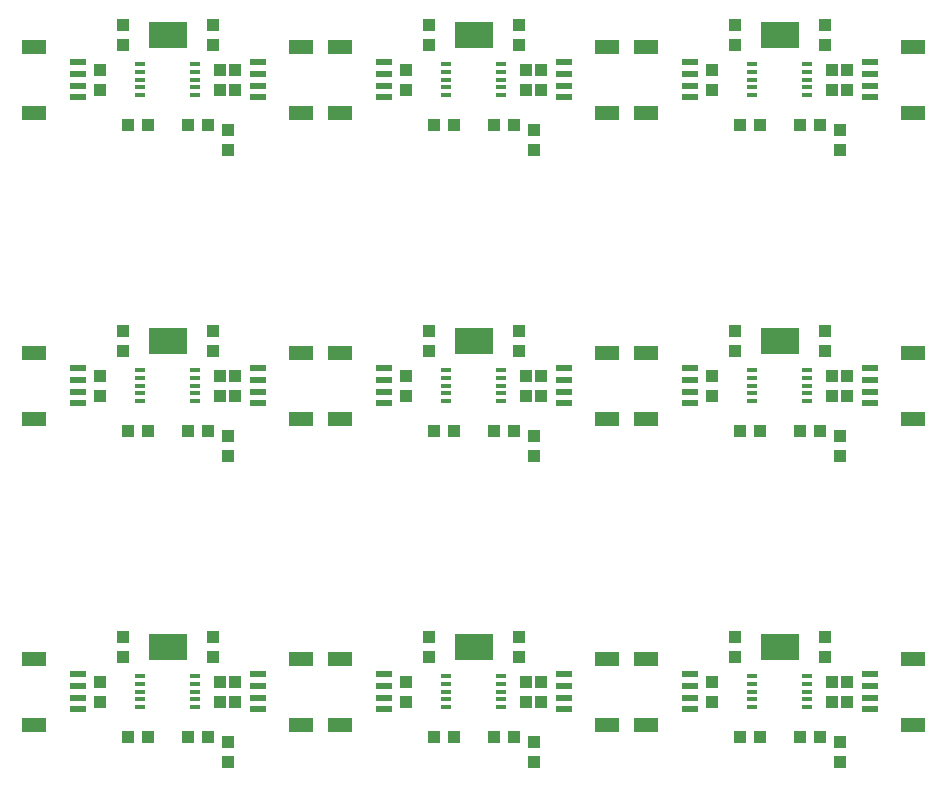
<source format=gtp>
G75*
%MOIN*%
%OFA0B0*%
%FSLAX25Y25*%
%IPPOS*%
%LPD*%
%AMOC8*
5,1,8,0,0,1.08239X$1,22.5*
%
%ADD10R,0.03937X0.04331*%
%ADD11R,0.13000X0.08800*%
%ADD12R,0.07874X0.04724*%
%ADD13R,0.05315X0.02362*%
%ADD14R,0.04331X0.03937*%
%ADD15R,0.03543X0.01496*%
D10*
X0101500Y0079987D03*
X0101500Y0086680D03*
X0099000Y0099987D03*
X0104000Y0099987D03*
X0104000Y0106680D03*
X0099000Y0106680D03*
X0096500Y0114987D03*
X0096500Y0121680D03*
X0066500Y0121680D03*
X0066500Y0114987D03*
X0059000Y0106680D03*
X0059000Y0099987D03*
X0101500Y0181987D03*
X0101500Y0188680D03*
X0099000Y0201987D03*
X0104000Y0201987D03*
X0104000Y0208680D03*
X0099000Y0208680D03*
X0096500Y0216987D03*
X0096500Y0223680D03*
X0066500Y0223680D03*
X0066500Y0216987D03*
X0059000Y0208680D03*
X0059000Y0201987D03*
X0101500Y0283987D03*
X0101500Y0290680D03*
X0099000Y0303987D03*
X0104000Y0303987D03*
X0104000Y0310680D03*
X0099000Y0310680D03*
X0096500Y0318987D03*
X0096500Y0325680D03*
X0066500Y0325680D03*
X0066500Y0318987D03*
X0059000Y0310680D03*
X0059000Y0303987D03*
X0161000Y0303987D03*
X0161000Y0310680D03*
X0168500Y0318987D03*
X0168500Y0325680D03*
X0198500Y0325680D03*
X0198500Y0318987D03*
X0201000Y0310680D03*
X0206000Y0310680D03*
X0206000Y0303987D03*
X0201000Y0303987D03*
X0203500Y0290680D03*
X0203500Y0283987D03*
X0263000Y0303987D03*
X0263000Y0310680D03*
X0270500Y0318987D03*
X0270500Y0325680D03*
X0300500Y0325680D03*
X0300500Y0318987D03*
X0303000Y0310680D03*
X0308000Y0310680D03*
X0308000Y0303987D03*
X0303000Y0303987D03*
X0305500Y0290680D03*
X0305500Y0283987D03*
X0300500Y0223680D03*
X0300500Y0216987D03*
X0303000Y0208680D03*
X0308000Y0208680D03*
X0308000Y0201987D03*
X0303000Y0201987D03*
X0305500Y0188680D03*
X0305500Y0181987D03*
X0263000Y0201987D03*
X0263000Y0208680D03*
X0270500Y0216987D03*
X0270500Y0223680D03*
X0206000Y0208680D03*
X0201000Y0208680D03*
X0201000Y0201987D03*
X0206000Y0201987D03*
X0203500Y0188680D03*
X0203500Y0181987D03*
X0198500Y0216987D03*
X0198500Y0223680D03*
X0168500Y0223680D03*
X0168500Y0216987D03*
X0161000Y0208680D03*
X0161000Y0201987D03*
X0168500Y0121680D03*
X0168500Y0114987D03*
X0161000Y0106680D03*
X0161000Y0099987D03*
X0198500Y0114987D03*
X0198500Y0121680D03*
X0201000Y0106680D03*
X0206000Y0106680D03*
X0206000Y0099987D03*
X0201000Y0099987D03*
X0203500Y0086680D03*
X0203500Y0079987D03*
X0263000Y0099987D03*
X0263000Y0106680D03*
X0270500Y0114987D03*
X0270500Y0121680D03*
X0300500Y0121680D03*
X0300500Y0114987D03*
X0303000Y0106680D03*
X0308000Y0106680D03*
X0308000Y0099987D03*
X0303000Y0099987D03*
X0305500Y0086680D03*
X0305500Y0079987D03*
D11*
X0285500Y0118333D03*
X0183500Y0118333D03*
X0081500Y0118333D03*
X0081500Y0220333D03*
X0183500Y0220333D03*
X0285500Y0220333D03*
X0285500Y0322333D03*
X0183500Y0322333D03*
X0081500Y0322333D03*
D12*
X0037031Y0318357D03*
X0037031Y0296310D03*
X0125969Y0296310D03*
X0139031Y0296310D03*
X0139031Y0318357D03*
X0125969Y0318357D03*
X0227969Y0318357D03*
X0241031Y0318357D03*
X0241031Y0296310D03*
X0227969Y0296310D03*
X0227969Y0216357D03*
X0241031Y0216357D03*
X0241031Y0194310D03*
X0227969Y0194310D03*
X0139031Y0194310D03*
X0125969Y0194310D03*
X0125969Y0216357D03*
X0139031Y0216357D03*
X0037031Y0216357D03*
X0037031Y0194310D03*
X0037031Y0114357D03*
X0037031Y0092310D03*
X0125969Y0092310D03*
X0139031Y0092310D03*
X0139031Y0114357D03*
X0125969Y0114357D03*
X0227969Y0114357D03*
X0241031Y0114357D03*
X0241031Y0092310D03*
X0227969Y0092310D03*
X0329969Y0092310D03*
X0329969Y0114357D03*
X0329969Y0194310D03*
X0329969Y0216357D03*
X0329969Y0296310D03*
X0329969Y0318357D03*
D13*
X0315500Y0313239D03*
X0315500Y0309302D03*
X0315500Y0305365D03*
X0315500Y0301428D03*
X0255500Y0301428D03*
X0255500Y0305365D03*
X0255500Y0309302D03*
X0255500Y0313239D03*
X0213500Y0313239D03*
X0213500Y0309302D03*
X0213500Y0305365D03*
X0213500Y0301428D03*
X0153500Y0301428D03*
X0153500Y0305365D03*
X0153500Y0309302D03*
X0153500Y0313239D03*
X0111500Y0313239D03*
X0111500Y0309302D03*
X0111500Y0305365D03*
X0111500Y0301428D03*
X0051500Y0301428D03*
X0051500Y0305365D03*
X0051500Y0309302D03*
X0051500Y0313239D03*
X0051500Y0211239D03*
X0051500Y0207302D03*
X0051500Y0203365D03*
X0051500Y0199428D03*
X0111500Y0199428D03*
X0111500Y0203365D03*
X0111500Y0207302D03*
X0111500Y0211239D03*
X0153500Y0211239D03*
X0153500Y0207302D03*
X0153500Y0203365D03*
X0153500Y0199428D03*
X0213500Y0199428D03*
X0213500Y0203365D03*
X0213500Y0207302D03*
X0213500Y0211239D03*
X0255500Y0211239D03*
X0255500Y0207302D03*
X0255500Y0203365D03*
X0255500Y0199428D03*
X0315500Y0199428D03*
X0315500Y0203365D03*
X0315500Y0207302D03*
X0315500Y0211239D03*
X0315500Y0109239D03*
X0315500Y0105302D03*
X0315500Y0101365D03*
X0315500Y0097428D03*
X0255500Y0097428D03*
X0255500Y0101365D03*
X0255500Y0105302D03*
X0255500Y0109239D03*
X0213500Y0109239D03*
X0213500Y0105302D03*
X0213500Y0101365D03*
X0213500Y0097428D03*
X0153500Y0097428D03*
X0153500Y0101365D03*
X0153500Y0105302D03*
X0153500Y0109239D03*
X0111500Y0109239D03*
X0111500Y0105302D03*
X0111500Y0101365D03*
X0111500Y0097428D03*
X0051500Y0097428D03*
X0051500Y0101365D03*
X0051500Y0105302D03*
X0051500Y0109239D03*
D14*
X0068154Y0088333D03*
X0074846Y0088333D03*
X0088154Y0088333D03*
X0094846Y0088333D03*
X0170154Y0088333D03*
X0176846Y0088333D03*
X0190154Y0088333D03*
X0196846Y0088333D03*
X0272154Y0088333D03*
X0278846Y0088333D03*
X0292154Y0088333D03*
X0298846Y0088333D03*
X0298846Y0190333D03*
X0292154Y0190333D03*
X0278846Y0190333D03*
X0272154Y0190333D03*
X0196846Y0190333D03*
X0190154Y0190333D03*
X0176846Y0190333D03*
X0170154Y0190333D03*
X0094846Y0190333D03*
X0088154Y0190333D03*
X0074846Y0190333D03*
X0068154Y0190333D03*
X0068154Y0292333D03*
X0074846Y0292333D03*
X0088154Y0292333D03*
X0094846Y0292333D03*
X0170154Y0292333D03*
X0176846Y0292333D03*
X0190154Y0292333D03*
X0196846Y0292333D03*
X0272154Y0292333D03*
X0278846Y0292333D03*
X0292154Y0292333D03*
X0298846Y0292333D03*
D15*
X0294654Y0302215D03*
X0294654Y0304774D03*
X0294654Y0307333D03*
X0294654Y0309892D03*
X0294654Y0312451D03*
X0276346Y0312451D03*
X0276346Y0309892D03*
X0276346Y0307333D03*
X0276346Y0304774D03*
X0276346Y0302215D03*
X0192654Y0302215D03*
X0192654Y0304774D03*
X0192654Y0307333D03*
X0192654Y0309892D03*
X0192654Y0312451D03*
X0174346Y0312451D03*
X0174346Y0309892D03*
X0174346Y0307333D03*
X0174346Y0304774D03*
X0174346Y0302215D03*
X0090654Y0302215D03*
X0090654Y0304774D03*
X0090654Y0307333D03*
X0090654Y0309892D03*
X0090654Y0312451D03*
X0072346Y0312451D03*
X0072346Y0309892D03*
X0072346Y0307333D03*
X0072346Y0304774D03*
X0072346Y0302215D03*
X0072346Y0210451D03*
X0072346Y0207892D03*
X0072346Y0205333D03*
X0072346Y0202774D03*
X0072346Y0200215D03*
X0090654Y0200215D03*
X0090654Y0202774D03*
X0090654Y0205333D03*
X0090654Y0207892D03*
X0090654Y0210451D03*
X0174346Y0210451D03*
X0174346Y0207892D03*
X0174346Y0205333D03*
X0174346Y0202774D03*
X0174346Y0200215D03*
X0192654Y0200215D03*
X0192654Y0202774D03*
X0192654Y0205333D03*
X0192654Y0207892D03*
X0192654Y0210451D03*
X0276346Y0210451D03*
X0276346Y0207892D03*
X0276346Y0205333D03*
X0276346Y0202774D03*
X0276346Y0200215D03*
X0294654Y0200215D03*
X0294654Y0202774D03*
X0294654Y0205333D03*
X0294654Y0207892D03*
X0294654Y0210451D03*
X0294654Y0108451D03*
X0294654Y0105892D03*
X0294654Y0103333D03*
X0294654Y0100774D03*
X0294654Y0098215D03*
X0276346Y0098215D03*
X0276346Y0100774D03*
X0276346Y0103333D03*
X0276346Y0105892D03*
X0276346Y0108451D03*
X0192654Y0108451D03*
X0192654Y0105892D03*
X0192654Y0103333D03*
X0192654Y0100774D03*
X0192654Y0098215D03*
X0174346Y0098215D03*
X0174346Y0100774D03*
X0174346Y0103333D03*
X0174346Y0105892D03*
X0174346Y0108451D03*
X0090654Y0108451D03*
X0090654Y0105892D03*
X0090654Y0103333D03*
X0090654Y0100774D03*
X0090654Y0098215D03*
X0072346Y0098215D03*
X0072346Y0100774D03*
X0072346Y0103333D03*
X0072346Y0105892D03*
X0072346Y0108451D03*
M02*

</source>
